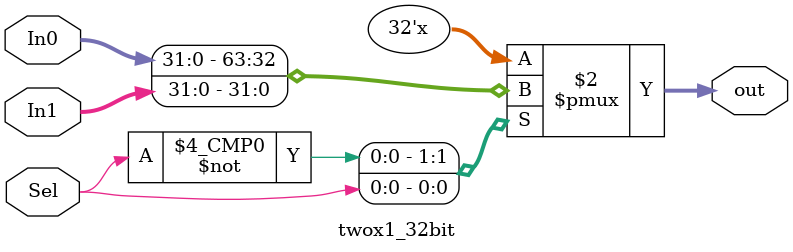
<source format=v>
`timescale 1ns / 1ps
module twox1_32bit(In0,In1,Sel,out
    );
	 
input [31:0] In0,In1;
input Sel;
output [31:0] out;

reg [31:0] out;

always @(In0 or In1 or Sel)
begin
case(Sel)
0: out <= In0;
1: out <= In1;
default: out<= 32'hxxxxxxxx;
endcase
end


endmodule

</source>
